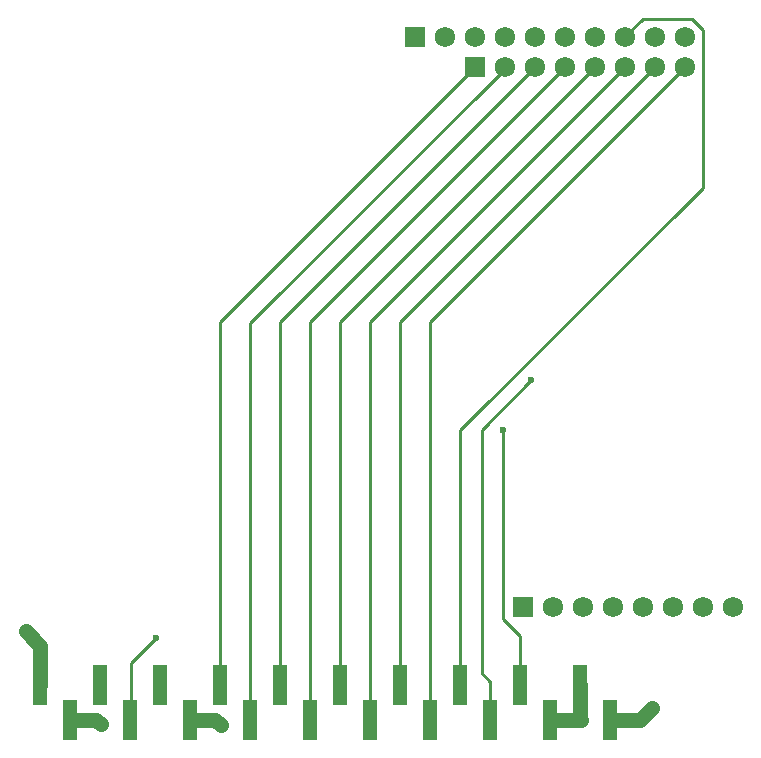
<source format=gtl>
G04*
G04 #@! TF.GenerationSoftware,Altium Limited,Altium Designer,20.0.13 (296)*
G04*
G04 Layer_Physical_Order=1*
G04 Layer_Color=255*
%FSLAX25Y25*%
%MOIN*%
G70*
G01*
G75*
%ADD14C,0.01000*%
%ADD19R,0.05000X0.13504*%
%ADD20C,0.05000*%
%ADD21C,0.06791*%
%ADD22R,0.06791X0.06791*%
%ADD23C,0.02362*%
D14*
X191339Y25383D02*
Y106191D01*
Y25383D02*
X194252Y22469D01*
X191339Y106191D02*
X191447Y106299D01*
Y106408D02*
X207972Y122933D01*
X191447Y106299D02*
Y106408D01*
X239272Y237008D02*
Y237579D01*
X261510Y243344D02*
X265037Y239817D01*
X245037Y243344D02*
X261510D01*
X239272Y237579D02*
X245037Y243344D01*
X184252Y106299D02*
X265037Y187085D01*
Y239817D01*
X239016Y237264D02*
Y237323D01*
Y237264D02*
X239272Y237008D01*
X198425Y43408D02*
Y106299D01*
X198425Y43408D02*
X204252Y37582D01*
X194252Y9843D02*
Y22469D01*
X184252Y21339D02*
Y106299D01*
X204252Y21339D02*
Y37582D01*
X174252Y9843D02*
Y142559D01*
X259016Y227323D01*
X74252Y9843D02*
X74410Y10000D01*
Y28740D02*
X82677Y37008D01*
X74410Y10000D02*
Y28740D01*
X104252Y21339D02*
Y142559D01*
X189016Y227323D01*
X114252Y142054D02*
X199016Y226818D01*
Y227323D01*
X114252Y9843D02*
Y142054D01*
X124252Y142559D02*
X209016Y227323D01*
X124252Y21339D02*
Y142559D01*
X134252D02*
X219016Y227323D01*
X134252Y9843D02*
Y142559D01*
X144252D02*
X229016Y227323D01*
X144252Y21339D02*
Y142559D01*
X154252D02*
X239016Y227323D01*
X154252Y9843D02*
Y142559D01*
X164252D02*
X249016Y227323D01*
X164252Y21339D02*
Y142559D01*
D19*
X44252Y21339D02*
D03*
X54252Y9843D02*
D03*
X64252Y21339D02*
D03*
X74252Y9843D02*
D03*
X84252Y21339D02*
D03*
X94252Y9843D02*
D03*
X104252Y21339D02*
D03*
X114252Y9843D02*
D03*
X124252Y21339D02*
D03*
X134252Y9843D02*
D03*
X144252Y21339D02*
D03*
X154252Y9843D02*
D03*
X164252Y21339D02*
D03*
X174252Y9843D02*
D03*
X184252Y21339D02*
D03*
X194252Y9843D02*
D03*
X204252Y21339D02*
D03*
X214252Y9843D02*
D03*
X224252Y21339D02*
D03*
X234252Y9843D02*
D03*
D20*
X214252D02*
X224410D01*
X102657D02*
X104429Y8071D01*
X255016Y47323D02*
X255359Y47666D01*
X234252Y9843D02*
X244094D01*
X248031Y13780D01*
X44252Y21339D02*
Y34488D01*
X39370Y39370D02*
X44252Y34488D01*
X54252Y9843D02*
X62992D01*
X64567Y8268D01*
X224252Y10000D02*
Y21339D01*
Y10000D02*
X224410Y9843D01*
X94252D02*
X102657D01*
X235016Y47323D02*
X235359Y46980D01*
D21*
X259016Y237323D02*
D03*
X249016D02*
D03*
X239016D02*
D03*
X229016D02*
D03*
X219016D02*
D03*
X209016D02*
D03*
X199016D02*
D03*
X189016D02*
D03*
X179016D02*
D03*
X215016Y47323D02*
D03*
X225016D02*
D03*
X235016D02*
D03*
X245016D02*
D03*
X255016D02*
D03*
X265016D02*
D03*
X275016D02*
D03*
X199016Y227323D02*
D03*
X209016D02*
D03*
X219016D02*
D03*
X229016D02*
D03*
X239016D02*
D03*
X249016D02*
D03*
X259016D02*
D03*
D22*
X169016Y237323D02*
D03*
X205016Y47323D02*
D03*
X189016Y227323D02*
D03*
D23*
X207972Y122933D02*
D03*
X198425Y106299D02*
D03*
X248031Y13780D02*
D03*
X39370Y39370D02*
D03*
X82677Y37008D02*
D03*
X64567Y8268D02*
D03*
X224410D02*
D03*
X104429D02*
D03*
M02*

</source>
